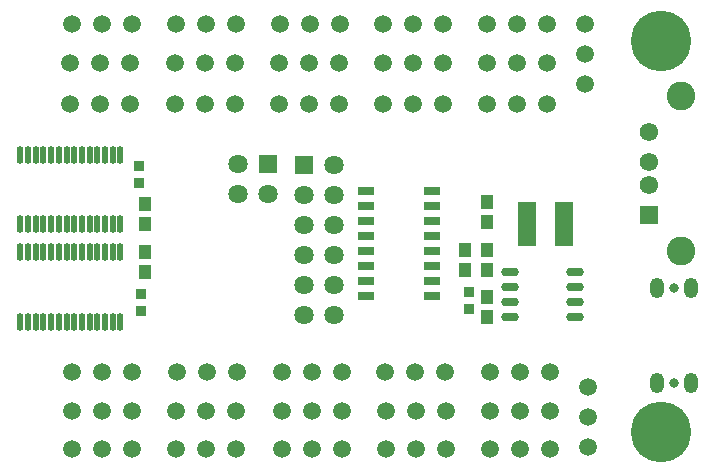
<source format=gbs>
G04*
G04 #@! TF.GenerationSoftware,Altium Limited,Altium Designer,22.5.1 (42)*
G04*
G04 Layer_Color=16711935*
%FSLAX25Y25*%
%MOIN*%
G70*
G04*
G04 #@! TF.SameCoordinates,6DAD0714-FCB9-4B36-A7BF-7B223F3C5BEE*
G04*
G04*
G04 #@! TF.FilePolarity,Negative*
G04*
G01*
G75*
%ADD28R,0.04437X0.04831*%
%ADD29R,0.03500X0.03500*%
%ADD39C,0.06406*%
%ADD40R,0.06406X0.06406*%
%ADD41R,0.06406X0.06406*%
%ADD42C,0.03295*%
%ADD43O,0.04831X0.06799*%
%ADD44C,0.20185*%
%ADD45C,0.05894*%
%ADD46R,0.06122X0.06122*%
%ADD47C,0.06122*%
%ADD48C,0.09555*%
%ADD80O,0.02272X0.06012*%
%ADD81R,0.05224X0.02862*%
%ADD82O,0.06012X0.02862*%
%ADD83R,0.06406X0.15067*%
D28*
X155000Y67000D02*
D03*
Y73693D02*
D03*
X162500Y67154D02*
D03*
Y73847D02*
D03*
Y83000D02*
D03*
Y89693D02*
D03*
Y51307D02*
D03*
Y58000D02*
D03*
X48500Y82307D02*
D03*
Y89000D02*
D03*
Y66307D02*
D03*
Y73000D02*
D03*
D29*
X156500Y54244D02*
D03*
Y59756D02*
D03*
X46500Y96244D02*
D03*
Y101756D02*
D03*
X47000Y59012D02*
D03*
Y53500D02*
D03*
D39*
X79500Y92500D02*
D03*
Y102500D02*
D03*
X89500Y92500D02*
D03*
X111500Y102000D02*
D03*
X101500Y92000D02*
D03*
X111500D02*
D03*
X101500Y82000D02*
D03*
X111500D02*
D03*
X101500Y72000D02*
D03*
X111500D02*
D03*
X101500Y62000D02*
D03*
X111500D02*
D03*
X101500Y52000D02*
D03*
X111500D02*
D03*
D40*
X89500Y102500D02*
D03*
D41*
X101500Y102000D02*
D03*
D42*
X224654Y29579D02*
D03*
Y61075D02*
D03*
D43*
X219024Y29579D02*
D03*
Y61075D02*
D03*
X230283Y29579D02*
D03*
Y61075D02*
D03*
D44*
X220500Y13000D02*
D03*
Y143500D02*
D03*
D45*
X196000Y18000D02*
D03*
Y8000D02*
D03*
Y28000D02*
D03*
X173500Y33000D02*
D03*
X163500D02*
D03*
X183500D02*
D03*
X173500Y20000D02*
D03*
X163500D02*
D03*
X183500D02*
D03*
X173500Y7500D02*
D03*
X163500D02*
D03*
X183500D02*
D03*
X138500Y33000D02*
D03*
X128500D02*
D03*
X148500D02*
D03*
X138625Y20000D02*
D03*
X128625D02*
D03*
X148625D02*
D03*
X138625Y7500D02*
D03*
X128625D02*
D03*
X148625D02*
D03*
X104000Y33000D02*
D03*
X94000D02*
D03*
X114000D02*
D03*
X104000Y20000D02*
D03*
X94000D02*
D03*
X114000D02*
D03*
X104000Y7500D02*
D03*
X94000D02*
D03*
X114000D02*
D03*
X68875D02*
D03*
X58875D02*
D03*
X78875D02*
D03*
X68875Y20000D02*
D03*
X58875D02*
D03*
X78875D02*
D03*
X69000Y33000D02*
D03*
X59000D02*
D03*
X79000D02*
D03*
X34000D02*
D03*
X24000D02*
D03*
X44000D02*
D03*
Y20000D02*
D03*
X24000D02*
D03*
X34000D02*
D03*
Y7500D02*
D03*
X24000D02*
D03*
X44000D02*
D03*
X195000Y139000D02*
D03*
Y149000D02*
D03*
Y129000D02*
D03*
X137750Y122500D02*
D03*
X127750D02*
D03*
X147750D02*
D03*
X137750Y136000D02*
D03*
X127750D02*
D03*
X147750D02*
D03*
X137875Y149000D02*
D03*
X127875D02*
D03*
X147875D02*
D03*
X103000Y122500D02*
D03*
X93000D02*
D03*
X113000D02*
D03*
X103000Y136000D02*
D03*
X93000D02*
D03*
X113000D02*
D03*
X103250Y149000D02*
D03*
X93250D02*
D03*
X113250D02*
D03*
X68625D02*
D03*
X58625D02*
D03*
X78625D02*
D03*
X68250Y136000D02*
D03*
X58250D02*
D03*
X78250D02*
D03*
X68250Y122500D02*
D03*
X58250D02*
D03*
X78250D02*
D03*
X33500D02*
D03*
X23500D02*
D03*
X43500D02*
D03*
X33500Y136000D02*
D03*
X23500D02*
D03*
X43500D02*
D03*
X34000Y149000D02*
D03*
X24000D02*
D03*
X44000D02*
D03*
X182500D02*
D03*
X162500D02*
D03*
X172500D02*
D03*
X182500Y136000D02*
D03*
X162500D02*
D03*
X172500D02*
D03*
X182500Y122500D02*
D03*
X162500D02*
D03*
X172500D02*
D03*
D46*
X216500Y85500D02*
D03*
D47*
Y95342D02*
D03*
Y103217D02*
D03*
Y113059D02*
D03*
D48*
X227169Y73413D02*
D03*
Y125146D02*
D03*
D80*
X40134Y82386D02*
D03*
X37575D02*
D03*
X35016D02*
D03*
X32457D02*
D03*
X29898D02*
D03*
X27339D02*
D03*
X24780D02*
D03*
X22220D02*
D03*
X19661D02*
D03*
X17102D02*
D03*
X14543D02*
D03*
X11984D02*
D03*
X9425D02*
D03*
X6866D02*
D03*
X40134Y105614D02*
D03*
X37575D02*
D03*
X35016D02*
D03*
X32457D02*
D03*
X29898D02*
D03*
X27339D02*
D03*
X24780D02*
D03*
X22220D02*
D03*
X19661D02*
D03*
X17102D02*
D03*
X14543D02*
D03*
X11984D02*
D03*
X9425D02*
D03*
X6866D02*
D03*
Y73114D02*
D03*
X9425D02*
D03*
X11984D02*
D03*
X14543D02*
D03*
X17102D02*
D03*
X19661D02*
D03*
X22220D02*
D03*
X24780D02*
D03*
X27339D02*
D03*
X29898D02*
D03*
X32457D02*
D03*
X35016D02*
D03*
X37575D02*
D03*
X40134D02*
D03*
X6866Y49886D02*
D03*
X9425D02*
D03*
X11984D02*
D03*
X14543D02*
D03*
X17102D02*
D03*
X19661D02*
D03*
X22220D02*
D03*
X24780D02*
D03*
X27339D02*
D03*
X29898D02*
D03*
X32457D02*
D03*
X35016D02*
D03*
X37575D02*
D03*
X40134D02*
D03*
D81*
X144047Y93500D02*
D03*
Y88500D02*
D03*
Y83500D02*
D03*
Y78500D02*
D03*
Y73500D02*
D03*
Y68500D02*
D03*
Y63500D02*
D03*
Y58500D02*
D03*
X122000D02*
D03*
Y63500D02*
D03*
Y68500D02*
D03*
Y73500D02*
D03*
Y78500D02*
D03*
Y83500D02*
D03*
Y88500D02*
D03*
Y93500D02*
D03*
D82*
X170173Y51500D02*
D03*
Y56500D02*
D03*
Y61500D02*
D03*
Y66500D02*
D03*
X191827Y51500D02*
D03*
Y56500D02*
D03*
Y61500D02*
D03*
Y66500D02*
D03*
D83*
X188000Y82500D02*
D03*
X175795D02*
D03*
M02*

</source>
